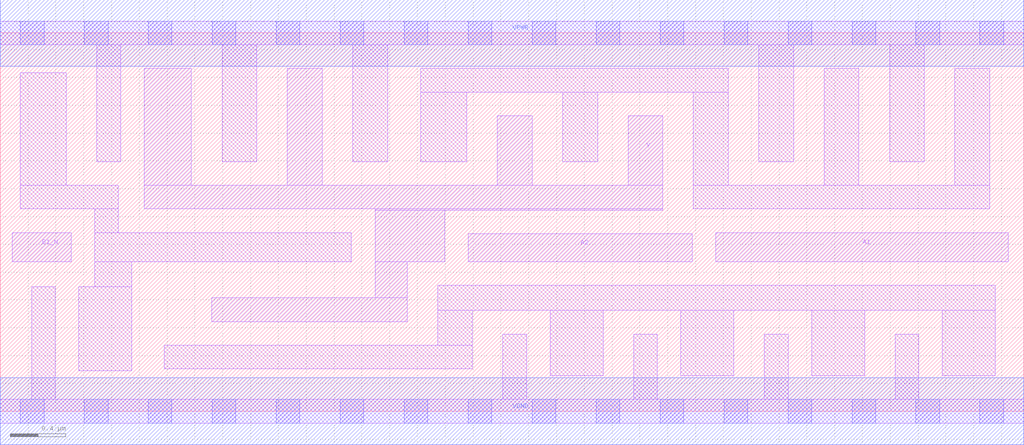
<source format=lef>
# Copyright 2020 The SkyWater PDK Authors
#
# Licensed under the Apache License, Version 2.0 (the "License");
# you may not use this file except in compliance with the License.
# You may obtain a copy of the License at
#
#     https://www.apache.org/licenses/LICENSE-2.0
#
# Unless required by applicable law or agreed to in writing, software
# distributed under the License is distributed on an "AS IS" BASIS,
# WITHOUT WARRANTIES OR CONDITIONS OF ANY KIND, either express or implied.
# See the License for the specific language governing permissions and
# limitations under the License.
#
# SPDX-License-Identifier: Apache-2.0

VERSION 5.7 ;
BUSBITCHARS "[]" ;
DIVIDERCHAR "/" ;
PROPERTYDEFINITIONS
  MACRO maskLayoutSubType STRING ;
  MACRO prCellType STRING ;
  MACRO originalViewName STRING ;
END PROPERTYDEFINITIONS
MACRO sky130_fd_sc_hdll__o21bai_4
  ORIGIN  0.000000  0.000000 ;
  CLASS CORE ;
  SYMMETRY X Y R90 ;
  SIZE  7.360000 BY  2.720000 ;
  SITE unithd ;
  PIN A1
    ANTENNAGATEAREA  1.110000 ;
    DIRECTION INPUT ;
    USE SIGNAL ;
    PORT
      LAYER li1 ;
        RECT 5.145000 1.075000 7.250000 1.285000 ;
    END
  END A1
  PIN A2
    ANTENNAGATEAREA  1.110000 ;
    DIRECTION INPUT ;
    USE SIGNAL ;
    PORT
      LAYER li1 ;
        RECT 3.365000 1.075000 4.975000 1.275000 ;
    END
  END A2
  PIN B1_N
    ANTENNAGATEAREA  0.277500 ;
    DIRECTION INPUT ;
    USE SIGNAL ;
    PORT
      LAYER li1 ;
        RECT 0.085000 1.075000 0.510000 1.285000 ;
    END
  END B1_N
  PIN Y
    ANTENNADIFFAREA  1.576000 ;
    DIRECTION OUTPUT ;
    USE SIGNAL ;
    PORT
      LAYER li1 ;
        RECT 1.035000 1.455000 4.765000 1.625000 ;
        RECT 1.035000 1.625000 1.375000 2.465000 ;
        RECT 1.520000 0.645000 2.925000 0.815000 ;
        RECT 2.065000 1.625000 2.315000 2.465000 ;
        RECT 2.695000 0.815000 2.925000 1.075000 ;
        RECT 2.695000 1.075000 3.195000 1.445000 ;
        RECT 2.695000 1.445000 4.765000 1.455000 ;
        RECT 3.575000 1.625000 3.825000 2.125000 ;
        RECT 4.515000 1.625000 4.765000 2.125000 ;
    END
  END Y
  PIN VGND
    DIRECTION INOUT ;
    USE GROUND ;
    PORT
      LAYER met1 ;
        RECT 0.000000 -0.240000 7.360000 0.240000 ;
    END
  END VGND
  PIN VPWR
    DIRECTION INOUT ;
    USE POWER ;
    PORT
      LAYER met1 ;
        RECT 0.000000 2.480000 7.360000 2.960000 ;
    END
  END VPWR
  OBS
    LAYER li1 ;
      RECT 0.000000 -0.085000 7.360000 0.085000 ;
      RECT 0.000000  2.635000 7.360000 2.805000 ;
      RECT 0.145000  1.455000 0.850000 1.625000 ;
      RECT 0.145000  1.625000 0.475000 2.435000 ;
      RECT 0.225000  0.085000 0.395000 0.895000 ;
      RECT 0.565000  0.290000 0.945000 0.895000 ;
      RECT 0.680000  0.895000 0.945000 1.075000 ;
      RECT 0.680000  1.075000 2.525000 1.285000 ;
      RECT 0.680000  1.285000 0.850000 1.455000 ;
      RECT 0.695000  1.795000 0.865000 2.635000 ;
      RECT 1.180000  0.305000 3.395000 0.475000 ;
      RECT 1.595000  1.795000 1.845000 2.635000 ;
      RECT 2.535000  1.795000 2.785000 2.635000 ;
      RECT 3.025000  1.795000 3.355000 2.295000 ;
      RECT 3.025000  2.295000 5.235000 2.465000 ;
      RECT 3.145000  0.475000 3.395000 0.725000 ;
      RECT 3.145000  0.725000 7.155000 0.905000 ;
      RECT 3.615000  0.085000 3.785000 0.555000 ;
      RECT 3.955000  0.255000 4.335000 0.725000 ;
      RECT 4.045000  1.795000 4.295000 2.295000 ;
      RECT 4.555000  0.085000 4.725000 0.555000 ;
      RECT 4.895000  0.255000 5.275000 0.725000 ;
      RECT 4.985000  1.455000 7.115000 1.625000 ;
      RECT 4.985000  1.625000 5.235000 2.295000 ;
      RECT 5.455000  1.795000 5.705000 2.635000 ;
      RECT 5.495000  0.085000 5.665000 0.555000 ;
      RECT 5.835000  0.255000 6.215000 0.725000 ;
      RECT 5.925000  1.625000 6.175000 2.465000 ;
      RECT 6.395000  1.795000 6.645000 2.635000 ;
      RECT 6.435000  0.085000 6.605000 0.555000 ;
      RECT 6.775000  0.255000 7.155000 0.725000 ;
      RECT 6.865000  1.625000 7.115000 2.465000 ;
    LAYER mcon ;
      RECT 0.145000 -0.085000 0.315000 0.085000 ;
      RECT 0.145000  2.635000 0.315000 2.805000 ;
      RECT 0.605000 -0.085000 0.775000 0.085000 ;
      RECT 0.605000  2.635000 0.775000 2.805000 ;
      RECT 1.065000 -0.085000 1.235000 0.085000 ;
      RECT 1.065000  2.635000 1.235000 2.805000 ;
      RECT 1.525000 -0.085000 1.695000 0.085000 ;
      RECT 1.525000  2.635000 1.695000 2.805000 ;
      RECT 1.985000 -0.085000 2.155000 0.085000 ;
      RECT 1.985000  2.635000 2.155000 2.805000 ;
      RECT 2.445000 -0.085000 2.615000 0.085000 ;
      RECT 2.445000  2.635000 2.615000 2.805000 ;
      RECT 2.905000 -0.085000 3.075000 0.085000 ;
      RECT 2.905000  2.635000 3.075000 2.805000 ;
      RECT 3.365000 -0.085000 3.535000 0.085000 ;
      RECT 3.365000  2.635000 3.535000 2.805000 ;
      RECT 3.825000 -0.085000 3.995000 0.085000 ;
      RECT 3.825000  2.635000 3.995000 2.805000 ;
      RECT 4.285000 -0.085000 4.455000 0.085000 ;
      RECT 4.285000  2.635000 4.455000 2.805000 ;
      RECT 4.745000 -0.085000 4.915000 0.085000 ;
      RECT 4.745000  2.635000 4.915000 2.805000 ;
      RECT 5.205000 -0.085000 5.375000 0.085000 ;
      RECT 5.205000  2.635000 5.375000 2.805000 ;
      RECT 5.665000 -0.085000 5.835000 0.085000 ;
      RECT 5.665000  2.635000 5.835000 2.805000 ;
      RECT 6.125000 -0.085000 6.295000 0.085000 ;
      RECT 6.125000  2.635000 6.295000 2.805000 ;
      RECT 6.585000 -0.085000 6.755000 0.085000 ;
      RECT 6.585000  2.635000 6.755000 2.805000 ;
      RECT 7.045000 -0.085000 7.215000 0.085000 ;
      RECT 7.045000  2.635000 7.215000 2.805000 ;
  END
  PROPERTY maskLayoutSubType "abstract" ;
  PROPERTY prCellType "standard" ;
  PROPERTY originalViewName "layout" ;
END sky130_fd_sc_hdll__o21bai_4
END LIBRARY

</source>
